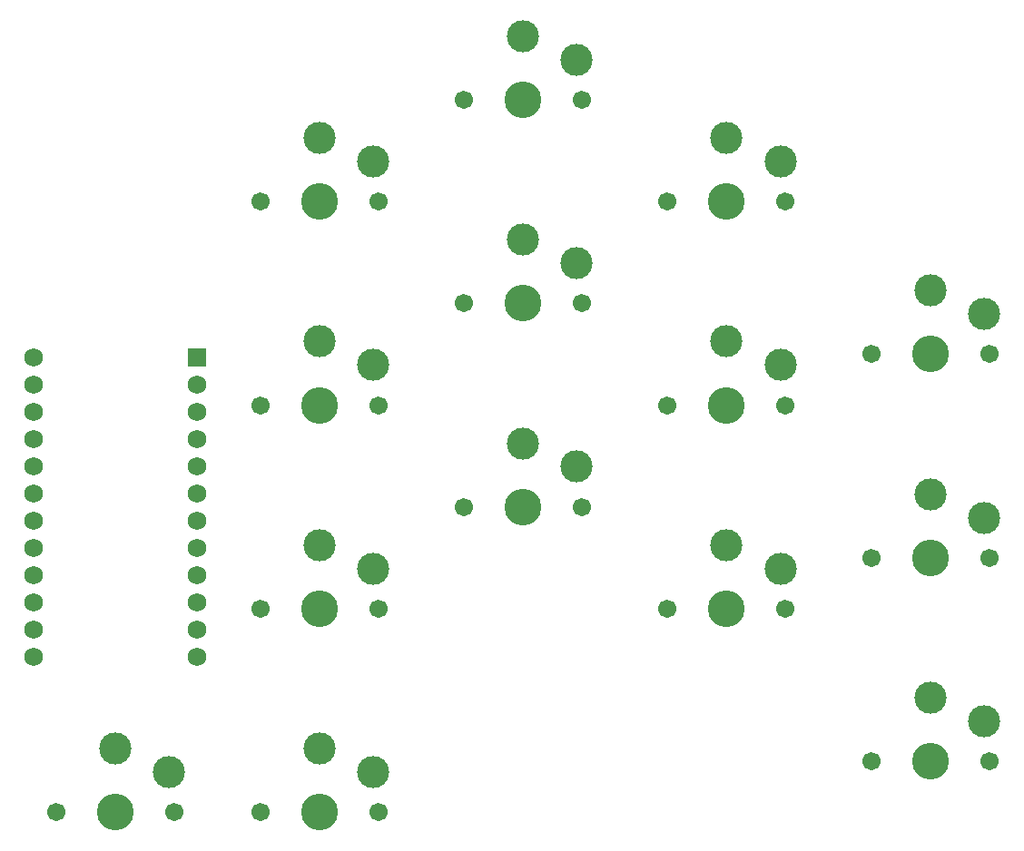
<source format=gbr>
%TF.GenerationSoftware,KiCad,Pcbnew,8.0.1*%
%TF.CreationDate,2024-11-14T23:06:04-08:00*%
%TF.ProjectId,roo_right_autorouted,726f6f5f-7269-4676-9874-5f6175746f72,0.1.0*%
%TF.SameCoordinates,Original*%
%TF.FileFunction,Soldermask,Top*%
%TF.FilePolarity,Negative*%
%FSLAX46Y46*%
G04 Gerber Fmt 4.6, Leading zero omitted, Abs format (unit mm)*
G04 Created by KiCad (PCBNEW 8.0.1) date 2024-11-14 23:06:04*
%MOMM*%
%LPD*%
G01*
G04 APERTURE LIST*
%ADD10C,1.752600*%
%ADD11R,1.752600X1.752600*%
%ADD12C,3.429000*%
%ADD13C,1.701800*%
%ADD14C,3.000000*%
G04 APERTURE END LIST*
D10*
%TO.C,MCU1*%
X166965800Y-154805800D03*
X166965800Y-152265800D03*
X166965800Y-149725800D03*
X166965800Y-147185800D03*
X166965800Y-144645800D03*
X166965800Y-142105800D03*
X166965800Y-139565800D03*
X166965800Y-137025800D03*
X166965800Y-134485800D03*
X166965800Y-131945800D03*
X166965800Y-129405800D03*
X166965800Y-126865800D03*
X182205800Y-154805800D03*
X182205800Y-152265800D03*
X182205800Y-149725800D03*
X182205800Y-147185800D03*
X182205800Y-144645800D03*
X182205800Y-142105800D03*
X182205800Y-139565800D03*
X182205800Y-137025800D03*
X182205800Y-134485800D03*
X182205800Y-131945800D03*
X182205800Y-129405800D03*
D11*
X182205800Y-126865800D03*
%TD*%
D12*
%TO.C,S1*%
X250585800Y-164585800D03*
D13*
X256085800Y-164585800D03*
X245085800Y-164585800D03*
D14*
X255585800Y-160835800D03*
X250585800Y-158635800D03*
%TD*%
D12*
%TO.C,S2*%
X250585800Y-145585800D03*
D13*
X256085800Y-145585800D03*
X245085800Y-145585800D03*
D14*
X255585800Y-141835800D03*
X250585800Y-139635800D03*
%TD*%
D12*
%TO.C,S3*%
X250585800Y-126585800D03*
D13*
X256085800Y-126585800D03*
X245085800Y-126585800D03*
D14*
X255585800Y-122835800D03*
X250585800Y-120635800D03*
%TD*%
D12*
%TO.C,S4*%
X231585800Y-150335800D03*
D13*
X237085800Y-150335800D03*
X226085800Y-150335800D03*
D14*
X236585800Y-146585800D03*
X231585800Y-144385800D03*
%TD*%
D12*
%TO.C,S5*%
X231585800Y-131335800D03*
D13*
X237085800Y-131335800D03*
X226085800Y-131335800D03*
D14*
X236585800Y-127585800D03*
X231585800Y-125385800D03*
%TD*%
D12*
%TO.C,S6*%
X231585800Y-112335800D03*
D13*
X237085800Y-112335800D03*
X226085800Y-112335800D03*
D14*
X236585800Y-108585800D03*
X231585800Y-106385800D03*
%TD*%
D12*
%TO.C,S7*%
X212585800Y-140835800D03*
D13*
X218085800Y-140835800D03*
X207085800Y-140835800D03*
D14*
X217585800Y-137085800D03*
X212585800Y-134885800D03*
%TD*%
D12*
%TO.C,S8*%
X212585800Y-121835800D03*
D13*
X218085800Y-121835800D03*
X207085800Y-121835800D03*
D14*
X217585800Y-118085800D03*
X212585800Y-115885800D03*
%TD*%
D12*
%TO.C,S9*%
X212585800Y-102835800D03*
D13*
X218085800Y-102835800D03*
X207085800Y-102835800D03*
D14*
X217585800Y-99085800D03*
X212585800Y-96885800D03*
%TD*%
D12*
%TO.C,S10*%
X193585800Y-150335800D03*
D13*
X199085800Y-150335800D03*
X188085800Y-150335800D03*
D14*
X198585800Y-146585800D03*
X193585800Y-144385800D03*
%TD*%
D12*
%TO.C,S11*%
X193585800Y-131335800D03*
D13*
X199085800Y-131335800D03*
X188085800Y-131335800D03*
D14*
X198585800Y-127585800D03*
X193585800Y-125385800D03*
%TD*%
D12*
%TO.C,S12*%
X193585800Y-112335800D03*
D13*
X199085800Y-112335800D03*
X188085800Y-112335800D03*
D14*
X198585800Y-108585800D03*
X193585800Y-106385800D03*
%TD*%
D12*
%TO.C,S13*%
X193585800Y-169335800D03*
D13*
X199085800Y-169335800D03*
X188085800Y-169335800D03*
D14*
X198585800Y-165585800D03*
X193585800Y-163385800D03*
%TD*%
D12*
%TO.C,S14*%
X174585800Y-169335800D03*
D13*
X180085800Y-169335800D03*
X169085800Y-169335800D03*
D14*
X179585800Y-165585800D03*
X174585800Y-163385800D03*
%TD*%
M02*

</source>
